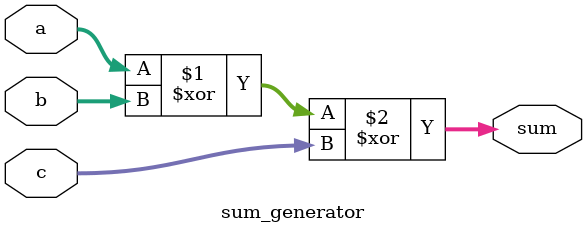
<source format=v>
module CLA_64bit(a,b,cin,sum,cout);
    input [63:0] a,b;
    input cin;
    output [63:0] sum;
    output cout;
    
    //Write down your design here
    wire [3:0] GG,PP;
	wire [15:0] gG, gP;
	wire [63:0] g, p;
	wire [63:0] c;
    wire [15:0] c4x;
    wire [3:0] c16x;

	gp_generator gp_generate1( a[3:0]   ,b[3:0]  ,g[3:0]  ,p[3:0]);
    gp_generator gp_generate2( a[7:4]   ,b[7:4]  ,g[7:4]  ,p[7:4]);
    gp_generator gp_generate3( a[11:8]  ,b[11:8] ,g[11:8] ,p[11:8]);
    gp_generator gp_generate4( a[15:12] ,b[15:12],g[15:12],p[15:12]);
    gp_generator gp_generate5( a[19:16] ,b[19:16],g[19:16],p[19:16]);
    gp_generator gp_generate6( a[23:20] ,b[23:20],g[23:20],p[23:20]);
    gp_generator gp_generate7( a[27:24] ,b[27:24],g[27:24],p[27:24]);
    gp_generator gp_generate8( a[31:28] ,b[31:28],g[31:28],p[31:28]);
    gp_generator gp_generate9( a[35:32] ,b[35:32],g[35:32],p[35:32]);
    gp_generator gp_generate10( a[39:36],b[39:36],g[39:36],p[39:36]);
    gp_generator gp_generate11( a[43:40],b[43:40],g[43:40],p[43:40]);
    gp_generator gp_generate12( a[47:44],b[47:44],g[47:44],p[47:44]);
    gp_generator gp_generate13( a[51:48],b[51:48],g[51:48],p[51:48]);
    gp_generator gp_generate14( a[55:52],b[55:52],g[55:52],p[55:52]);
    gp_generator gp_generate15( a[59:56],b[59:56],g[59:56],p[59:56]);
    gp_generator gp_generate16( a[63:60],b[63:60],g[63:60],p[63:60]);
	
	carry_generator gGgP1_1( g[3:0]  ,p[3:0]  ,c4x[0] ,c[3:0]  ,gG[0],gP[0],);
	carry_generator gGgP1_2( g[7:4]  ,p[7:4]  ,c4x[1] ,c[7:4]  ,gG[1],gP[1],);
	carry_generator gGgP1_3( g[11:8] ,p[11:8] ,c4x[2] ,c[11:8] ,gG[2],gP[2],);
	carry_generator gGgP1_4( g[15:12],p[15:12],c4x[3] ,c[15:12],gG[3],gP[3],);
	carry_generator gGgP2_1( g[19:16],p[19:16],c4x[4] ,c[19:16],gG[4],gP[4],);
	carry_generator gGgP2_2( g[23:20],p[23:20],c4x[5] ,c[23:20],gG[5],gP[5],);
	carry_generator gGgP2_3( g[27:24],p[27:24],c4x[6] ,c[27:24],gG[6],gP[6],);
	carry_generator gGgP2_4( g[31:28],p[31:28],c4x[7] ,c[31:28],gG[7],gP[7],);
	carry_generator gGgP3_1( g[35:32],p[35:32],c4x[8] ,c[35:32],gG[8],gP[8],);
	carry_generator gGgP3_2( g[39:36],p[39:36],c4x[9] ,c[39:36],gG[9],gP[9],);
	carry_generator gGgP3_3( g[43:40],p[43:40],c4x[10],c[43:40],gG[10],gP[10],);
	carry_generator gGgP3_4( g[47:44],p[47:44],c4x[11],c[47:44],gG[11],gP[11],);
	carry_generator gGgP4_1( g[51:48],p[51:48],c4x[12],c[51:48],gG[12],gP[12],);
	carry_generator gGgP4_2( g[55:52],p[55:52],c4x[13],c[55:52],gG[13],gP[13],);
	carry_generator gGgP4_3( g[59:56],p[59:56],c4x[14],c[59:56],gG[14],gP[14],);
	carry_generator gGgP4_4( g[63:60],p[63:60],c4x[15],c[63:60],gG[15],gP[15],);
	
	carry_generator GGPPx1( gG[3:0]  ,gP[3:0]  ,c16x[0],c4x[3:0]  ,GG[0],PP[0],);
	carry_generator GGPPx2( gG[7:4]  ,gP[7:4]  ,c16x[1],c4x[7:4]  ,GG[1],PP[1],);
	carry_generator GGPPx3( gG[11:8] ,gP[11:8] ,c16x[2],c4x[11:8] ,GG[2],PP[2],);
	carry_generator GGPPx4( gG[15:12],gP[15:12],c16x[3],c4x[15:12],GG[3],PP[3],);

	carry_generator carry_c16x1(GG[3:0],PP[3:0],cin,c16x[3:0], , ,cout);
		
    sum_generator sum_gen1( a   ,b  ,c  ,sum);

endmodule

module gp_generator(a,b,g,p);

    input [3:0] a,b;
    output [3:0] g,p;

    assign g = a & b;
    assign p = a | b;

endmodule

module carry_generator(g,p,cin,c,gG,gP,cout);

    input [3:0] g,p;
    input cin;
    output gG,gP;
    output [3:0] c;
    output cout;

	assign gG = g[3] | (p[3] & g[2]) | (p[3] & p[2] & g[1]) | (p[3] & p[2] & p[1] & g[0]);
	assign gP = p[3] & p[2] & p[1] & p[0];

    assign c[0] = cin;
    assign c[1] = g[0] | (p[0] & cin);
    assign c[2] = g[1] | (p[1] & g[0]) | (p[1] & p[0] & cin);
    assign c[3] = g[2] | (p[2] & g[1]) | (p[2] & p[1] & g[0]) | (p[2] & p[1] & p[0] & cin);
    assign cout = g[3] | (p[3] & g[2]) | (p[3] & p[2] & g[1]) | (p[3] & p[2] & p[1] & g[0]) | (p[3] & p[2] & p[1] & p[0] & cin);

endmodule

module sum_generator(a,b,c,sum);

    input [63:0] a,b;
    input [63:0] c;
    output [63:0] sum;

    assign sum = a ^ b ^ c;

endmodule
</source>
